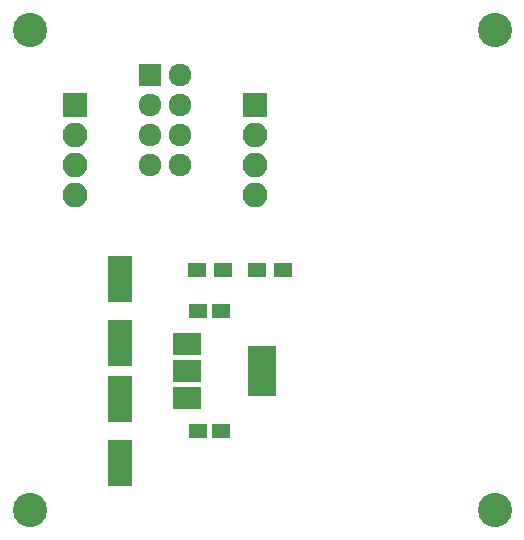
<source format=gts>
G04 #@! TF.GenerationSoftware,KiCad,Pcbnew,(5.0.0)*
G04 #@! TF.CreationDate,2020-10-27T08:58:59-05:00*
G04 #@! TF.ProjectId,breakout_firstproject,627265616B6F75745F66697273747072,1.0*
G04 #@! TF.SameCoordinates,Original*
G04 #@! TF.FileFunction,Soldermask,Top*
G04 #@! TF.FilePolarity,Negative*
%FSLAX46Y46*%
G04 Gerber Fmt 4.6, Leading zero omitted, Abs format (unit mm)*
G04 Created by KiCad (PCBNEW (5.0.0)) date 10/27/20 08:58:59*
%MOMM*%
%LPD*%
G01*
G04 APERTURE LIST*
%ADD10C,2.900000*%
%ADD11R,2.000000X3.900000*%
%ADD12R,1.600000X1.150000*%
%ADD13R,1.600000X1.300000*%
%ADD14O,2.100000X2.100000*%
%ADD15R,2.100000X2.100000*%
%ADD16R,1.924000X1.924000*%
%ADD17C,1.924000*%
%ADD18R,2.400000X1.900000*%
%ADD19R,2.400000X4.200000*%
G04 APERTURE END LIST*
D10*
G04 #@! TO.C,REF\002A\002A*
X147320000Y-109220000D03*
G04 #@! TD*
G04 #@! TO.C,REF\002A\002A*
X186690000Y-109220000D03*
G04 #@! TD*
G04 #@! TO.C,REF\002A\002A*
X186690000Y-68580000D03*
G04 #@! TD*
D11*
G04 #@! TO.C,C1*
X154940000Y-99850000D03*
X154940000Y-105250000D03*
G04 #@! TD*
D12*
G04 #@! TO.C,C2*
X163510000Y-102550000D03*
X161610000Y-102550000D03*
G04 #@! TD*
D11*
G04 #@! TO.C,C3*
X154940000Y-89690000D03*
X154940000Y-95090000D03*
G04 #@! TD*
D12*
G04 #@! TO.C,C4*
X161610000Y-92390000D03*
X163510000Y-92390000D03*
G04 #@! TD*
D13*
G04 #@! TO.C,D1*
X161460000Y-88900000D03*
X163660000Y-88900000D03*
G04 #@! TD*
D14*
G04 #@! TO.C,J1*
X151130000Y-82550000D03*
X151130000Y-80010000D03*
X151130000Y-77470000D03*
D15*
X151130000Y-74930000D03*
G04 #@! TD*
G04 #@! TO.C,J2*
X166370000Y-74930000D03*
D14*
X166370000Y-77470000D03*
X166370000Y-80010000D03*
X166370000Y-82550000D03*
G04 #@! TD*
D13*
G04 #@! TO.C,R1*
X168740000Y-88900000D03*
X166540000Y-88900000D03*
G04 #@! TD*
D16*
G04 #@! TO.C,U1*
X157480000Y-72390000D03*
D17*
X160020000Y-72390000D03*
X157480000Y-74930000D03*
X160020000Y-74930000D03*
X157480000Y-77470000D03*
X160020000Y-77470000D03*
X157480000Y-80010000D03*
X160020000Y-80010000D03*
G04 #@! TD*
D18*
G04 #@! TO.C,U2*
X160680000Y-95170000D03*
X160680000Y-99770000D03*
X160680000Y-97470000D03*
D19*
X166980000Y-97470000D03*
G04 #@! TD*
D10*
G04 #@! TO.C,REF\002A\002A*
X147320000Y-68580000D03*
G04 #@! TD*
M02*

</source>
